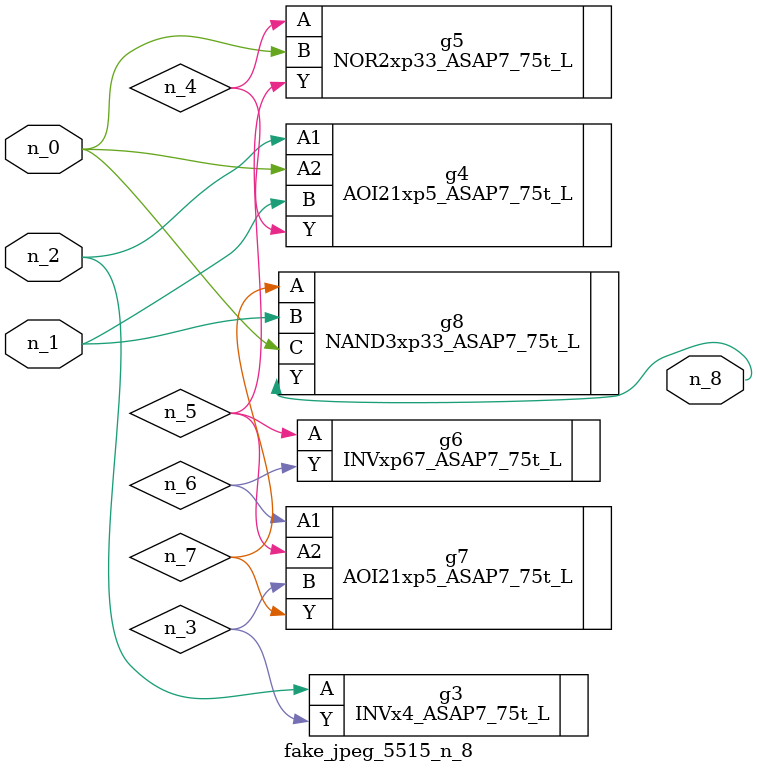
<source format=v>
module fake_jpeg_5515_n_8 (n_0, n_2, n_1, n_8);

input n_0;
input n_2;
input n_1;

output n_8;

wire n_3;
wire n_4;
wire n_6;
wire n_5;
wire n_7;

INVx4_ASAP7_75t_L g3 ( 
.A(n_2),
.Y(n_3)
);

AOI21xp5_ASAP7_75t_L g4 ( 
.A1(n_2),
.A2(n_0),
.B(n_1),
.Y(n_4)
);

NOR2xp33_ASAP7_75t_L g5 ( 
.A(n_4),
.B(n_0),
.Y(n_5)
);

INVxp67_ASAP7_75t_L g6 ( 
.A(n_5),
.Y(n_6)
);

AOI21xp5_ASAP7_75t_L g7 ( 
.A1(n_6),
.A2(n_5),
.B(n_3),
.Y(n_7)
);

NAND3xp33_ASAP7_75t_L g8 ( 
.A(n_7),
.B(n_1),
.C(n_0),
.Y(n_8)
);


endmodule
</source>
